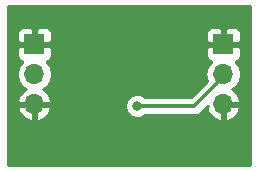
<source format=gbr>
G04 #@! TF.GenerationSoftware,KiCad,Pcbnew,(5.0.2)-1*
G04 #@! TF.CreationDate,2019-03-22T14:25:24+01:00*
G04 #@! TF.ProjectId,TPS63031,54505336-3330-4333-912e-6b696361645f,rev?*
G04 #@! TF.SameCoordinates,Original*
G04 #@! TF.FileFunction,Copper,L2,Bot*
G04 #@! TF.FilePolarity,Positive*
%FSLAX46Y46*%
G04 Gerber Fmt 4.6, Leading zero omitted, Abs format (unit mm)*
G04 Created by KiCad (PCBNEW (5.0.2)-1) date 03/22/19 14:25:24*
%MOMM*%
%LPD*%
G01*
G04 APERTURE LIST*
G04 #@! TA.AperFunction,ComponentPad*
%ADD10R,1.700000X1.700000*%
G04 #@! TD*
G04 #@! TA.AperFunction,ComponentPad*
%ADD11O,1.700000X1.700000*%
G04 #@! TD*
G04 #@! TA.AperFunction,ViaPad*
%ADD12C,0.800000*%
G04 #@! TD*
G04 #@! TA.AperFunction,Conductor*
%ADD13C,0.300000*%
G04 #@! TD*
G04 #@! TA.AperFunction,Conductor*
%ADD14C,0.254000*%
G04 #@! TD*
G04 APERTURE END LIST*
D10*
G04 #@! TO.P,J1,1*
G04 #@! TO.N,GND*
X148000000Y-89000000D03*
D11*
G04 #@! TO.P,J1,2*
G04 #@! TO.N,VCC*
X148000000Y-91540000D03*
G04 #@! TO.P,J1,3*
G04 #@! TO.N,GND*
X148000000Y-94080000D03*
G04 #@! TD*
G04 #@! TO.P,J2,3*
G04 #@! TO.N,GND*
X164000000Y-94080000D03*
G04 #@! TO.P,J2,2*
G04 #@! TO.N,+3V3*
X164000000Y-91540000D03*
D10*
G04 #@! TO.P,J2,1*
G04 #@! TO.N,GND*
X164000000Y-89000000D03*
G04 #@! TD*
D12*
G04 #@! TO.N,GND*
X154763001Y-92733001D03*
X156188001Y-92735400D03*
X153338001Y-92735400D03*
G04 #@! TO.N,+3V3*
X156718000Y-94234000D03*
G04 #@! TD*
D13*
G04 #@! TO.N,+3V3*
X161544000Y-94234000D02*
X156718000Y-94234000D01*
X164000000Y-91540000D02*
X164000000Y-91778000D01*
X164000000Y-91778000D02*
X161544000Y-94234000D01*
G04 #@! TD*
D14*
G04 #@! TO.N,GND*
G36*
X166265001Y-99265000D02*
X145735000Y-99265000D01*
X145735000Y-94436890D01*
X146558524Y-94436890D01*
X146728355Y-94846924D01*
X147118642Y-95275183D01*
X147643108Y-95521486D01*
X147873000Y-95400819D01*
X147873000Y-94207000D01*
X148127000Y-94207000D01*
X148127000Y-95400819D01*
X148356892Y-95521486D01*
X148881358Y-95275183D01*
X149271645Y-94846924D01*
X149441476Y-94436890D01*
X149320155Y-94207000D01*
X148127000Y-94207000D01*
X147873000Y-94207000D01*
X146679845Y-94207000D01*
X146558524Y-94436890D01*
X145735000Y-94436890D01*
X145735000Y-94028126D01*
X155683000Y-94028126D01*
X155683000Y-94439874D01*
X155840569Y-94820280D01*
X156131720Y-95111431D01*
X156512126Y-95269000D01*
X156923874Y-95269000D01*
X157304280Y-95111431D01*
X157396711Y-95019000D01*
X161466688Y-95019000D01*
X161544000Y-95034378D01*
X161621312Y-95019000D01*
X161621316Y-95019000D01*
X161850292Y-94973454D01*
X162109953Y-94799953D01*
X162153749Y-94734408D01*
X162678379Y-94209778D01*
X162558524Y-94436890D01*
X162728355Y-94846924D01*
X163118642Y-95275183D01*
X163643108Y-95521486D01*
X163873000Y-95400819D01*
X163873000Y-94207000D01*
X164127000Y-94207000D01*
X164127000Y-95400819D01*
X164356892Y-95521486D01*
X164881358Y-95275183D01*
X165271645Y-94846924D01*
X165441476Y-94436890D01*
X165320155Y-94207000D01*
X164127000Y-94207000D01*
X163873000Y-94207000D01*
X163853000Y-94207000D01*
X163853000Y-93953000D01*
X163873000Y-93953000D01*
X163873000Y-93933000D01*
X164127000Y-93933000D01*
X164127000Y-93953000D01*
X165320155Y-93953000D01*
X165441476Y-93723110D01*
X165271645Y-93313076D01*
X164881358Y-92884817D01*
X164751522Y-92823843D01*
X165070625Y-92610625D01*
X165398839Y-92119418D01*
X165514092Y-91540000D01*
X165398839Y-90960582D01*
X165070625Y-90469375D01*
X165048967Y-90454904D01*
X165209698Y-90388327D01*
X165388327Y-90209699D01*
X165485000Y-89976310D01*
X165485000Y-89285750D01*
X165326250Y-89127000D01*
X164127000Y-89127000D01*
X164127000Y-89147000D01*
X163873000Y-89147000D01*
X163873000Y-89127000D01*
X162673750Y-89127000D01*
X162515000Y-89285750D01*
X162515000Y-89976310D01*
X162611673Y-90209699D01*
X162790302Y-90388327D01*
X162951033Y-90454904D01*
X162929375Y-90469375D01*
X162601161Y-90960582D01*
X162485908Y-91540000D01*
X162592412Y-92075431D01*
X161218843Y-93449000D01*
X157396711Y-93449000D01*
X157304280Y-93356569D01*
X156923874Y-93199000D01*
X156512126Y-93199000D01*
X156131720Y-93356569D01*
X155840569Y-93647720D01*
X155683000Y-94028126D01*
X145735000Y-94028126D01*
X145735000Y-91540000D01*
X146485908Y-91540000D01*
X146601161Y-92119418D01*
X146929375Y-92610625D01*
X147248478Y-92823843D01*
X147118642Y-92884817D01*
X146728355Y-93313076D01*
X146558524Y-93723110D01*
X146679845Y-93953000D01*
X147873000Y-93953000D01*
X147873000Y-93933000D01*
X148127000Y-93933000D01*
X148127000Y-93953000D01*
X149320155Y-93953000D01*
X149441476Y-93723110D01*
X149271645Y-93313076D01*
X148881358Y-92884817D01*
X148751522Y-92823843D01*
X149070625Y-92610625D01*
X149398839Y-92119418D01*
X149514092Y-91540000D01*
X149398839Y-90960582D01*
X149070625Y-90469375D01*
X149048967Y-90454904D01*
X149209698Y-90388327D01*
X149388327Y-90209699D01*
X149485000Y-89976310D01*
X149485000Y-89285750D01*
X149326250Y-89127000D01*
X148127000Y-89127000D01*
X148127000Y-89147000D01*
X147873000Y-89147000D01*
X147873000Y-89127000D01*
X146673750Y-89127000D01*
X146515000Y-89285750D01*
X146515000Y-89976310D01*
X146611673Y-90209699D01*
X146790302Y-90388327D01*
X146951033Y-90454904D01*
X146929375Y-90469375D01*
X146601161Y-90960582D01*
X146485908Y-91540000D01*
X145735000Y-91540000D01*
X145735000Y-88023690D01*
X146515000Y-88023690D01*
X146515000Y-88714250D01*
X146673750Y-88873000D01*
X147873000Y-88873000D01*
X147873000Y-87673750D01*
X148127000Y-87673750D01*
X148127000Y-88873000D01*
X149326250Y-88873000D01*
X149485000Y-88714250D01*
X149485000Y-88023690D01*
X162515000Y-88023690D01*
X162515000Y-88714250D01*
X162673750Y-88873000D01*
X163873000Y-88873000D01*
X163873000Y-87673750D01*
X164127000Y-87673750D01*
X164127000Y-88873000D01*
X165326250Y-88873000D01*
X165485000Y-88714250D01*
X165485000Y-88023690D01*
X165388327Y-87790301D01*
X165209698Y-87611673D01*
X164976309Y-87515000D01*
X164285750Y-87515000D01*
X164127000Y-87673750D01*
X163873000Y-87673750D01*
X163714250Y-87515000D01*
X163023691Y-87515000D01*
X162790302Y-87611673D01*
X162611673Y-87790301D01*
X162515000Y-88023690D01*
X149485000Y-88023690D01*
X149388327Y-87790301D01*
X149209698Y-87611673D01*
X148976309Y-87515000D01*
X148285750Y-87515000D01*
X148127000Y-87673750D01*
X147873000Y-87673750D01*
X147714250Y-87515000D01*
X147023691Y-87515000D01*
X146790302Y-87611673D01*
X146611673Y-87790301D01*
X146515000Y-88023690D01*
X145735000Y-88023690D01*
X145735000Y-85735000D01*
X166265000Y-85735000D01*
X166265001Y-99265000D01*
X166265001Y-99265000D01*
G37*
X166265001Y-99265000D02*
X145735000Y-99265000D01*
X145735000Y-94436890D01*
X146558524Y-94436890D01*
X146728355Y-94846924D01*
X147118642Y-95275183D01*
X147643108Y-95521486D01*
X147873000Y-95400819D01*
X147873000Y-94207000D01*
X148127000Y-94207000D01*
X148127000Y-95400819D01*
X148356892Y-95521486D01*
X148881358Y-95275183D01*
X149271645Y-94846924D01*
X149441476Y-94436890D01*
X149320155Y-94207000D01*
X148127000Y-94207000D01*
X147873000Y-94207000D01*
X146679845Y-94207000D01*
X146558524Y-94436890D01*
X145735000Y-94436890D01*
X145735000Y-94028126D01*
X155683000Y-94028126D01*
X155683000Y-94439874D01*
X155840569Y-94820280D01*
X156131720Y-95111431D01*
X156512126Y-95269000D01*
X156923874Y-95269000D01*
X157304280Y-95111431D01*
X157396711Y-95019000D01*
X161466688Y-95019000D01*
X161544000Y-95034378D01*
X161621312Y-95019000D01*
X161621316Y-95019000D01*
X161850292Y-94973454D01*
X162109953Y-94799953D01*
X162153749Y-94734408D01*
X162678379Y-94209778D01*
X162558524Y-94436890D01*
X162728355Y-94846924D01*
X163118642Y-95275183D01*
X163643108Y-95521486D01*
X163873000Y-95400819D01*
X163873000Y-94207000D01*
X164127000Y-94207000D01*
X164127000Y-95400819D01*
X164356892Y-95521486D01*
X164881358Y-95275183D01*
X165271645Y-94846924D01*
X165441476Y-94436890D01*
X165320155Y-94207000D01*
X164127000Y-94207000D01*
X163873000Y-94207000D01*
X163853000Y-94207000D01*
X163853000Y-93953000D01*
X163873000Y-93953000D01*
X163873000Y-93933000D01*
X164127000Y-93933000D01*
X164127000Y-93953000D01*
X165320155Y-93953000D01*
X165441476Y-93723110D01*
X165271645Y-93313076D01*
X164881358Y-92884817D01*
X164751522Y-92823843D01*
X165070625Y-92610625D01*
X165398839Y-92119418D01*
X165514092Y-91540000D01*
X165398839Y-90960582D01*
X165070625Y-90469375D01*
X165048967Y-90454904D01*
X165209698Y-90388327D01*
X165388327Y-90209699D01*
X165485000Y-89976310D01*
X165485000Y-89285750D01*
X165326250Y-89127000D01*
X164127000Y-89127000D01*
X164127000Y-89147000D01*
X163873000Y-89147000D01*
X163873000Y-89127000D01*
X162673750Y-89127000D01*
X162515000Y-89285750D01*
X162515000Y-89976310D01*
X162611673Y-90209699D01*
X162790302Y-90388327D01*
X162951033Y-90454904D01*
X162929375Y-90469375D01*
X162601161Y-90960582D01*
X162485908Y-91540000D01*
X162592412Y-92075431D01*
X161218843Y-93449000D01*
X157396711Y-93449000D01*
X157304280Y-93356569D01*
X156923874Y-93199000D01*
X156512126Y-93199000D01*
X156131720Y-93356569D01*
X155840569Y-93647720D01*
X155683000Y-94028126D01*
X145735000Y-94028126D01*
X145735000Y-91540000D01*
X146485908Y-91540000D01*
X146601161Y-92119418D01*
X146929375Y-92610625D01*
X147248478Y-92823843D01*
X147118642Y-92884817D01*
X146728355Y-93313076D01*
X146558524Y-93723110D01*
X146679845Y-93953000D01*
X147873000Y-93953000D01*
X147873000Y-93933000D01*
X148127000Y-93933000D01*
X148127000Y-93953000D01*
X149320155Y-93953000D01*
X149441476Y-93723110D01*
X149271645Y-93313076D01*
X148881358Y-92884817D01*
X148751522Y-92823843D01*
X149070625Y-92610625D01*
X149398839Y-92119418D01*
X149514092Y-91540000D01*
X149398839Y-90960582D01*
X149070625Y-90469375D01*
X149048967Y-90454904D01*
X149209698Y-90388327D01*
X149388327Y-90209699D01*
X149485000Y-89976310D01*
X149485000Y-89285750D01*
X149326250Y-89127000D01*
X148127000Y-89127000D01*
X148127000Y-89147000D01*
X147873000Y-89147000D01*
X147873000Y-89127000D01*
X146673750Y-89127000D01*
X146515000Y-89285750D01*
X146515000Y-89976310D01*
X146611673Y-90209699D01*
X146790302Y-90388327D01*
X146951033Y-90454904D01*
X146929375Y-90469375D01*
X146601161Y-90960582D01*
X146485908Y-91540000D01*
X145735000Y-91540000D01*
X145735000Y-88023690D01*
X146515000Y-88023690D01*
X146515000Y-88714250D01*
X146673750Y-88873000D01*
X147873000Y-88873000D01*
X147873000Y-87673750D01*
X148127000Y-87673750D01*
X148127000Y-88873000D01*
X149326250Y-88873000D01*
X149485000Y-88714250D01*
X149485000Y-88023690D01*
X162515000Y-88023690D01*
X162515000Y-88714250D01*
X162673750Y-88873000D01*
X163873000Y-88873000D01*
X163873000Y-87673750D01*
X164127000Y-87673750D01*
X164127000Y-88873000D01*
X165326250Y-88873000D01*
X165485000Y-88714250D01*
X165485000Y-88023690D01*
X165388327Y-87790301D01*
X165209698Y-87611673D01*
X164976309Y-87515000D01*
X164285750Y-87515000D01*
X164127000Y-87673750D01*
X163873000Y-87673750D01*
X163714250Y-87515000D01*
X163023691Y-87515000D01*
X162790302Y-87611673D01*
X162611673Y-87790301D01*
X162515000Y-88023690D01*
X149485000Y-88023690D01*
X149388327Y-87790301D01*
X149209698Y-87611673D01*
X148976309Y-87515000D01*
X148285750Y-87515000D01*
X148127000Y-87673750D01*
X147873000Y-87673750D01*
X147714250Y-87515000D01*
X147023691Y-87515000D01*
X146790302Y-87611673D01*
X146611673Y-87790301D01*
X146515000Y-88023690D01*
X145735000Y-88023690D01*
X145735000Y-85735000D01*
X166265000Y-85735000D01*
X166265001Y-99265000D01*
G04 #@! TD*
M02*

</source>
